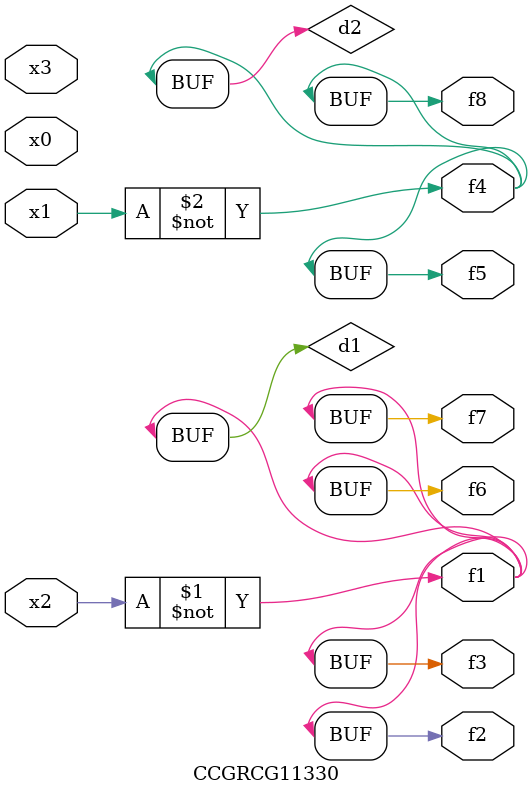
<source format=v>
module CCGRCG11330(
	input x0, x1, x2, x3,
	output f1, f2, f3, f4, f5, f6, f7, f8
);

	wire d1, d2;

	xnor (d1, x2);
	not (d2, x1);
	assign f1 = d1;
	assign f2 = d1;
	assign f3 = d1;
	assign f4 = d2;
	assign f5 = d2;
	assign f6 = d1;
	assign f7 = d1;
	assign f8 = d2;
endmodule

</source>
